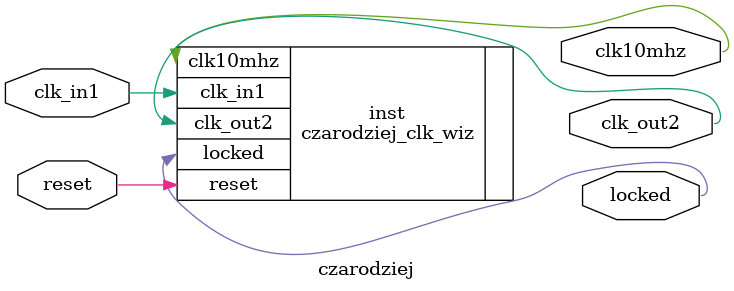
<source format=v>


`timescale 1ps/1ps

(* CORE_GENERATION_INFO = "czarodziej,clk_wiz_v6_0_11_0_0,{component_name=czarodziej,use_phase_alignment=true,use_min_o_jitter=false,use_max_i_jitter=false,use_dyn_phase_shift=false,use_inclk_switchover=false,use_dyn_reconfig=false,enable_axi=0,feedback_source=FDBK_AUTO,PRIMITIVE=MMCM,num_out_clk=2,clkin1_period=10.000,clkin2_period=10.000,use_power_down=false,use_reset=true,use_locked=true,use_inclk_stopped=false,feedback_type=SINGLE,CLOCK_MGR_TYPE=NA,manual_override=false}" *)

module czarodziej 
 (
  // Clock out ports
  output        clk10mhz,
  output        clk_out2,
  // Status and control signals
  input         reset,
  output        locked,
 // Clock in ports
  input         clk_in1
 );

  czarodziej_clk_wiz inst
  (
  // Clock out ports  
  .clk10mhz(clk10mhz),
  .clk_out2(clk_out2),
  // Status and control signals               
  .reset(reset), 
  .locked(locked),
 // Clock in ports
  .clk_in1(clk_in1)
  );

endmodule

</source>
